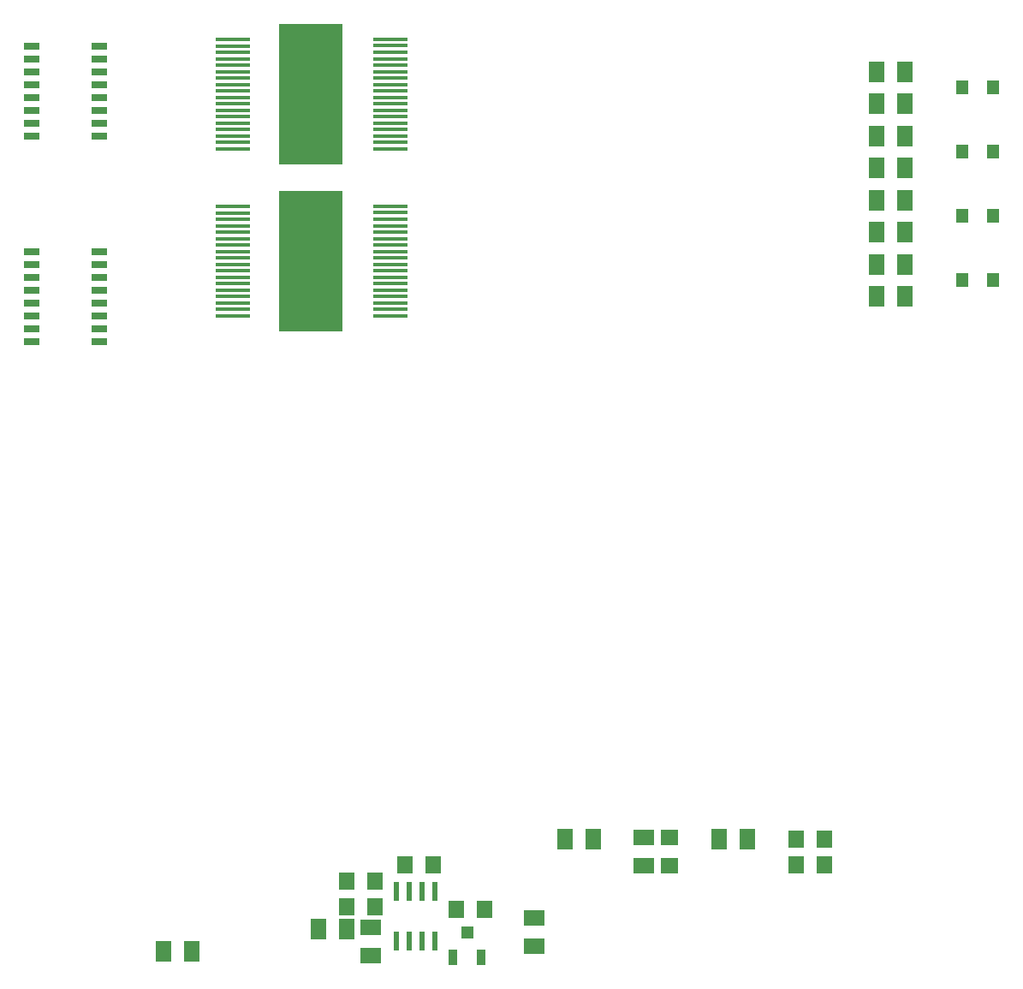
<source format=gbr>
G04 EAGLE Gerber X2 export*
G75*
%MOMM*%
%FSLAX34Y34*%
%LPD*%
%AMOC8*
5,1,8,0,0,1.08239X$1,22.5*%
G01*
%ADD10R,0.558800X1.981200*%
%ADD11R,1.800000X1.600000*%
%ADD12R,1.600000X1.800000*%
%ADD13R,2.000000X1.600000*%
%ADD14R,1.600000X2.000000*%
%ADD15R,0.900000X1.600000*%
%ADD16R,1.300000X1.300000*%
%ADD17R,3.500000X0.420000*%
%ADD18R,6.300000X14.000000*%
%ADD19R,1.500000X0.700000*%
%ADD20R,1.200000X1.400000*%


D10*
X390525Y48387D03*
X403225Y48387D03*
X415925Y48387D03*
X428625Y48387D03*
X428625Y97663D03*
X415925Y97663D03*
X403225Y97663D03*
X390525Y97663D03*
D11*
X660400Y122525D03*
X660400Y150525D03*
D12*
X426750Y123825D03*
X398750Y123825D03*
X449550Y79375D03*
X477550Y79375D03*
D13*
X365125Y61625D03*
X365125Y33625D03*
X527050Y43150D03*
X527050Y71150D03*
D14*
X585500Y149225D03*
X557500Y149225D03*
X737900Y149225D03*
X709900Y149225D03*
D15*
X446375Y32300D03*
X474375Y32300D03*
D16*
X460375Y56600D03*
D17*
X228620Y939800D03*
X228620Y933300D03*
X228620Y926960D03*
X228620Y920760D03*
X228620Y914260D03*
X228620Y907920D03*
X228620Y901720D03*
X228620Y895220D03*
X228620Y888880D03*
X228620Y882680D03*
X228620Y876180D03*
X228620Y869980D03*
X228620Y863480D03*
X228620Y857140D03*
X228620Y850940D03*
X228620Y844440D03*
X228620Y838100D03*
X228620Y831900D03*
X384110Y831900D03*
X384110Y838400D03*
X384110Y844600D03*
X384110Y851100D03*
X384110Y857300D03*
X384110Y863800D03*
X384110Y870000D03*
X384110Y876500D03*
X384110Y882700D03*
X384110Y889200D03*
X384110Y895400D03*
X384110Y901900D03*
X384110Y908100D03*
X384110Y914600D03*
D18*
X305965Y885830D03*
D17*
X384110Y920780D03*
X384110Y927280D03*
X384110Y933620D03*
X384110Y939960D03*
X228620Y774700D03*
X228620Y768200D03*
X228620Y761860D03*
X228620Y755660D03*
X228620Y749160D03*
X228620Y742820D03*
X228620Y736620D03*
X228620Y730120D03*
X228620Y723780D03*
X228620Y717580D03*
X228620Y711080D03*
X228620Y704880D03*
X228620Y698380D03*
X228620Y692040D03*
X228620Y685840D03*
X228620Y679340D03*
X228620Y673000D03*
X228620Y666800D03*
X384110Y666800D03*
X384110Y673300D03*
X384110Y679500D03*
X384110Y686000D03*
X384110Y692200D03*
X384110Y698700D03*
X384110Y704900D03*
X384110Y711400D03*
X384110Y717600D03*
X384110Y724100D03*
X384110Y730300D03*
X384110Y736800D03*
X384110Y743000D03*
X384110Y749500D03*
D18*
X305965Y720730D03*
D17*
X384110Y755680D03*
X384110Y762180D03*
X384110Y768520D03*
X384110Y774860D03*
D12*
X369600Y82550D03*
X341600Y82550D03*
X369600Y107950D03*
X341600Y107950D03*
X814100Y123825D03*
X786100Y123825D03*
X814100Y149225D03*
X786100Y149225D03*
D14*
X160000Y38100D03*
X188000Y38100D03*
D19*
X96960Y641350D03*
X96960Y654050D03*
X96960Y666750D03*
X96960Y679450D03*
X96960Y692150D03*
X96960Y704850D03*
X96960Y717550D03*
X96960Y730250D03*
X30040Y730250D03*
X30040Y717550D03*
X30040Y704850D03*
X30040Y692150D03*
X30040Y679450D03*
X30040Y666750D03*
X30040Y654050D03*
X30040Y641350D03*
X96960Y844550D03*
X96960Y857250D03*
X96960Y869950D03*
X96960Y882650D03*
X96960Y895350D03*
X96960Y908050D03*
X96960Y920750D03*
X96960Y933450D03*
X30040Y933450D03*
X30040Y920750D03*
X30040Y908050D03*
X30040Y895350D03*
X30040Y882650D03*
X30040Y869950D03*
X30040Y857250D03*
X30040Y844550D03*
D13*
X635000Y122525D03*
X635000Y150525D03*
D14*
X313025Y60325D03*
X341025Y60325D03*
D20*
X950200Y828675D03*
X980200Y828675D03*
D14*
X865475Y812800D03*
X893475Y812800D03*
X893475Y844550D03*
X865475Y844550D03*
D20*
X950200Y892175D03*
X980200Y892175D03*
D14*
X865475Y876300D03*
X893475Y876300D03*
X893475Y908050D03*
X865475Y908050D03*
D20*
X950200Y765175D03*
X980200Y765175D03*
D14*
X865475Y749300D03*
X893475Y749300D03*
X893475Y781050D03*
X865475Y781050D03*
D20*
X950200Y701675D03*
X980200Y701675D03*
D14*
X865475Y685800D03*
X893475Y685800D03*
X893475Y717550D03*
X865475Y717550D03*
M02*

</source>
